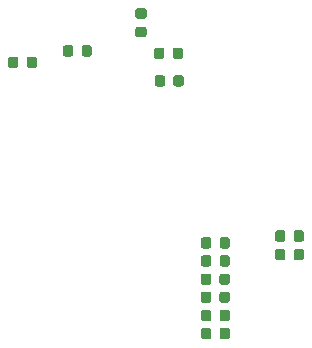
<source format=gbr>
G04 #@! TF.GenerationSoftware,KiCad,Pcbnew,5.0.2-bee76a0~70~ubuntu18.04.1*
G04 #@! TF.CreationDate,2019-03-01T11:09:08-06:00*
G04 #@! TF.ProjectId,MotorDriverXL,4d6f746f-7244-4726-9976-6572584c2e6b,V1.0*
G04 #@! TF.SameCoordinates,Original*
G04 #@! TF.FileFunction,Paste,Bot*
G04 #@! TF.FilePolarity,Positive*
%FSLAX46Y46*%
G04 Gerber Fmt 4.6, Leading zero omitted, Abs format (unit mm)*
G04 Created by KiCad (PCBNEW 5.0.2-bee76a0~70~ubuntu18.04.1) date Fri 01 Mar 2019 11:09:08 AM CST*
%MOMM*%
%LPD*%
G01*
G04 APERTURE LIST*
%ADD10C,0.100000*%
%ADD11C,0.875000*%
G04 APERTURE END LIST*
D10*
G04 #@! TO.C,C38*
G36*
X121398091Y-93683853D02*
X121419326Y-93687003D01*
X121440150Y-93692219D01*
X121460362Y-93699451D01*
X121479768Y-93708630D01*
X121498181Y-93719666D01*
X121515424Y-93732454D01*
X121531330Y-93746870D01*
X121545746Y-93762776D01*
X121558534Y-93780019D01*
X121569570Y-93798432D01*
X121578749Y-93817838D01*
X121585981Y-93838050D01*
X121591197Y-93858874D01*
X121594347Y-93880109D01*
X121595400Y-93901550D01*
X121595400Y-94414050D01*
X121594347Y-94435491D01*
X121591197Y-94456726D01*
X121585981Y-94477550D01*
X121578749Y-94497762D01*
X121569570Y-94517168D01*
X121558534Y-94535581D01*
X121545746Y-94552824D01*
X121531330Y-94568730D01*
X121515424Y-94583146D01*
X121498181Y-94595934D01*
X121479768Y-94606970D01*
X121460362Y-94616149D01*
X121440150Y-94623381D01*
X121419326Y-94628597D01*
X121398091Y-94631747D01*
X121376650Y-94632800D01*
X120939150Y-94632800D01*
X120917709Y-94631747D01*
X120896474Y-94628597D01*
X120875650Y-94623381D01*
X120855438Y-94616149D01*
X120836032Y-94606970D01*
X120817619Y-94595934D01*
X120800376Y-94583146D01*
X120784470Y-94568730D01*
X120770054Y-94552824D01*
X120757266Y-94535581D01*
X120746230Y-94517168D01*
X120737051Y-94497762D01*
X120729819Y-94477550D01*
X120724603Y-94456726D01*
X120721453Y-94435491D01*
X120720400Y-94414050D01*
X120720400Y-93901550D01*
X120721453Y-93880109D01*
X120724603Y-93858874D01*
X120729819Y-93838050D01*
X120737051Y-93817838D01*
X120746230Y-93798432D01*
X120757266Y-93780019D01*
X120770054Y-93762776D01*
X120784470Y-93746870D01*
X120800376Y-93732454D01*
X120817619Y-93719666D01*
X120836032Y-93708630D01*
X120855438Y-93699451D01*
X120875650Y-93692219D01*
X120896474Y-93687003D01*
X120917709Y-93683853D01*
X120939150Y-93682800D01*
X121376650Y-93682800D01*
X121398091Y-93683853D01*
X121398091Y-93683853D01*
G37*
D11*
X121157900Y-94157800D03*
D10*
G36*
X122973091Y-93683853D02*
X122994326Y-93687003D01*
X123015150Y-93692219D01*
X123035362Y-93699451D01*
X123054768Y-93708630D01*
X123073181Y-93719666D01*
X123090424Y-93732454D01*
X123106330Y-93746870D01*
X123120746Y-93762776D01*
X123133534Y-93780019D01*
X123144570Y-93798432D01*
X123153749Y-93817838D01*
X123160981Y-93838050D01*
X123166197Y-93858874D01*
X123169347Y-93880109D01*
X123170400Y-93901550D01*
X123170400Y-94414050D01*
X123169347Y-94435491D01*
X123166197Y-94456726D01*
X123160981Y-94477550D01*
X123153749Y-94497762D01*
X123144570Y-94517168D01*
X123133534Y-94535581D01*
X123120746Y-94552824D01*
X123106330Y-94568730D01*
X123090424Y-94583146D01*
X123073181Y-94595934D01*
X123054768Y-94606970D01*
X123035362Y-94616149D01*
X123015150Y-94623381D01*
X122994326Y-94628597D01*
X122973091Y-94631747D01*
X122951650Y-94632800D01*
X122514150Y-94632800D01*
X122492709Y-94631747D01*
X122471474Y-94628597D01*
X122450650Y-94623381D01*
X122430438Y-94616149D01*
X122411032Y-94606970D01*
X122392619Y-94595934D01*
X122375376Y-94583146D01*
X122359470Y-94568730D01*
X122345054Y-94552824D01*
X122332266Y-94535581D01*
X122321230Y-94517168D01*
X122312051Y-94497762D01*
X122304819Y-94477550D01*
X122299603Y-94456726D01*
X122296453Y-94435491D01*
X122295400Y-94414050D01*
X122295400Y-93901550D01*
X122296453Y-93880109D01*
X122299603Y-93858874D01*
X122304819Y-93838050D01*
X122312051Y-93817838D01*
X122321230Y-93798432D01*
X122332266Y-93780019D01*
X122345054Y-93762776D01*
X122359470Y-93746870D01*
X122375376Y-93732454D01*
X122392619Y-93719666D01*
X122411032Y-93708630D01*
X122430438Y-93699451D01*
X122450650Y-93692219D01*
X122471474Y-93687003D01*
X122492709Y-93683853D01*
X122514150Y-93682800D01*
X122951650Y-93682800D01*
X122973091Y-93683853D01*
X122973091Y-93683853D01*
G37*
D11*
X122732900Y-94157800D03*
G04 #@! TD*
D10*
G04 #@! TO.C,C36*
G36*
X118324991Y-94649053D02*
X118346226Y-94652203D01*
X118367050Y-94657419D01*
X118387262Y-94664651D01*
X118406668Y-94673830D01*
X118425081Y-94684866D01*
X118442324Y-94697654D01*
X118458230Y-94712070D01*
X118472646Y-94727976D01*
X118485434Y-94745219D01*
X118496470Y-94763632D01*
X118505649Y-94783038D01*
X118512881Y-94803250D01*
X118518097Y-94824074D01*
X118521247Y-94845309D01*
X118522300Y-94866750D01*
X118522300Y-95379250D01*
X118521247Y-95400691D01*
X118518097Y-95421926D01*
X118512881Y-95442750D01*
X118505649Y-95462962D01*
X118496470Y-95482368D01*
X118485434Y-95500781D01*
X118472646Y-95518024D01*
X118458230Y-95533930D01*
X118442324Y-95548346D01*
X118425081Y-95561134D01*
X118406668Y-95572170D01*
X118387262Y-95581349D01*
X118367050Y-95588581D01*
X118346226Y-95593797D01*
X118324991Y-95596947D01*
X118303550Y-95598000D01*
X117866050Y-95598000D01*
X117844609Y-95596947D01*
X117823374Y-95593797D01*
X117802550Y-95588581D01*
X117782338Y-95581349D01*
X117762932Y-95572170D01*
X117744519Y-95561134D01*
X117727276Y-95548346D01*
X117711370Y-95533930D01*
X117696954Y-95518024D01*
X117684166Y-95500781D01*
X117673130Y-95482368D01*
X117663951Y-95462962D01*
X117656719Y-95442750D01*
X117651503Y-95421926D01*
X117648353Y-95400691D01*
X117647300Y-95379250D01*
X117647300Y-94866750D01*
X117648353Y-94845309D01*
X117651503Y-94824074D01*
X117656719Y-94803250D01*
X117663951Y-94783038D01*
X117673130Y-94763632D01*
X117684166Y-94745219D01*
X117696954Y-94727976D01*
X117711370Y-94712070D01*
X117727276Y-94697654D01*
X117744519Y-94684866D01*
X117762932Y-94673830D01*
X117782338Y-94664651D01*
X117802550Y-94657419D01*
X117823374Y-94652203D01*
X117844609Y-94649053D01*
X117866050Y-94648000D01*
X118303550Y-94648000D01*
X118324991Y-94649053D01*
X118324991Y-94649053D01*
G37*
D11*
X118084800Y-95123000D03*
D10*
G36*
X116749991Y-94649053D02*
X116771226Y-94652203D01*
X116792050Y-94657419D01*
X116812262Y-94664651D01*
X116831668Y-94673830D01*
X116850081Y-94684866D01*
X116867324Y-94697654D01*
X116883230Y-94712070D01*
X116897646Y-94727976D01*
X116910434Y-94745219D01*
X116921470Y-94763632D01*
X116930649Y-94783038D01*
X116937881Y-94803250D01*
X116943097Y-94824074D01*
X116946247Y-94845309D01*
X116947300Y-94866750D01*
X116947300Y-95379250D01*
X116946247Y-95400691D01*
X116943097Y-95421926D01*
X116937881Y-95442750D01*
X116930649Y-95462962D01*
X116921470Y-95482368D01*
X116910434Y-95500781D01*
X116897646Y-95518024D01*
X116883230Y-95533930D01*
X116867324Y-95548346D01*
X116850081Y-95561134D01*
X116831668Y-95572170D01*
X116812262Y-95581349D01*
X116792050Y-95588581D01*
X116771226Y-95593797D01*
X116749991Y-95596947D01*
X116728550Y-95598000D01*
X116291050Y-95598000D01*
X116269609Y-95596947D01*
X116248374Y-95593797D01*
X116227550Y-95588581D01*
X116207338Y-95581349D01*
X116187932Y-95572170D01*
X116169519Y-95561134D01*
X116152276Y-95548346D01*
X116136370Y-95533930D01*
X116121954Y-95518024D01*
X116109166Y-95500781D01*
X116098130Y-95482368D01*
X116088951Y-95462962D01*
X116081719Y-95442750D01*
X116076503Y-95421926D01*
X116073353Y-95400691D01*
X116072300Y-95379250D01*
X116072300Y-94866750D01*
X116073353Y-94845309D01*
X116076503Y-94824074D01*
X116081719Y-94803250D01*
X116088951Y-94783038D01*
X116098130Y-94763632D01*
X116109166Y-94745219D01*
X116121954Y-94727976D01*
X116136370Y-94712070D01*
X116152276Y-94697654D01*
X116169519Y-94684866D01*
X116187932Y-94673830D01*
X116207338Y-94664651D01*
X116227550Y-94657419D01*
X116248374Y-94652203D01*
X116269609Y-94649053D01*
X116291050Y-94648000D01*
X116728550Y-94648000D01*
X116749991Y-94649053D01*
X116749991Y-94649053D01*
G37*
D11*
X116509800Y-95123000D03*
G04 #@! TD*
D10*
G04 #@! TO.C,R26*
G36*
X133082091Y-117610653D02*
X133103326Y-117613803D01*
X133124150Y-117619019D01*
X133144362Y-117626251D01*
X133163768Y-117635430D01*
X133182181Y-117646466D01*
X133199424Y-117659254D01*
X133215330Y-117673670D01*
X133229746Y-117689576D01*
X133242534Y-117706819D01*
X133253570Y-117725232D01*
X133262749Y-117744638D01*
X133269981Y-117764850D01*
X133275197Y-117785674D01*
X133278347Y-117806909D01*
X133279400Y-117828350D01*
X133279400Y-118340850D01*
X133278347Y-118362291D01*
X133275197Y-118383526D01*
X133269981Y-118404350D01*
X133262749Y-118424562D01*
X133253570Y-118443968D01*
X133242534Y-118462381D01*
X133229746Y-118479624D01*
X133215330Y-118495530D01*
X133199424Y-118509946D01*
X133182181Y-118522734D01*
X133163768Y-118533770D01*
X133144362Y-118542949D01*
X133124150Y-118550181D01*
X133103326Y-118555397D01*
X133082091Y-118558547D01*
X133060650Y-118559600D01*
X132623150Y-118559600D01*
X132601709Y-118558547D01*
X132580474Y-118555397D01*
X132559650Y-118550181D01*
X132539438Y-118542949D01*
X132520032Y-118533770D01*
X132501619Y-118522734D01*
X132484376Y-118509946D01*
X132468470Y-118495530D01*
X132454054Y-118479624D01*
X132441266Y-118462381D01*
X132430230Y-118443968D01*
X132421051Y-118424562D01*
X132413819Y-118404350D01*
X132408603Y-118383526D01*
X132405453Y-118362291D01*
X132404400Y-118340850D01*
X132404400Y-117828350D01*
X132405453Y-117806909D01*
X132408603Y-117785674D01*
X132413819Y-117764850D01*
X132421051Y-117744638D01*
X132430230Y-117725232D01*
X132441266Y-117706819D01*
X132454054Y-117689576D01*
X132468470Y-117673670D01*
X132484376Y-117659254D01*
X132501619Y-117646466D01*
X132520032Y-117635430D01*
X132539438Y-117626251D01*
X132559650Y-117619019D01*
X132580474Y-117613803D01*
X132601709Y-117610653D01*
X132623150Y-117609600D01*
X133060650Y-117609600D01*
X133082091Y-117610653D01*
X133082091Y-117610653D01*
G37*
D11*
X132841900Y-118084600D03*
D10*
G36*
X134657091Y-117610653D02*
X134678326Y-117613803D01*
X134699150Y-117619019D01*
X134719362Y-117626251D01*
X134738768Y-117635430D01*
X134757181Y-117646466D01*
X134774424Y-117659254D01*
X134790330Y-117673670D01*
X134804746Y-117689576D01*
X134817534Y-117706819D01*
X134828570Y-117725232D01*
X134837749Y-117744638D01*
X134844981Y-117764850D01*
X134850197Y-117785674D01*
X134853347Y-117806909D01*
X134854400Y-117828350D01*
X134854400Y-118340850D01*
X134853347Y-118362291D01*
X134850197Y-118383526D01*
X134844981Y-118404350D01*
X134837749Y-118424562D01*
X134828570Y-118443968D01*
X134817534Y-118462381D01*
X134804746Y-118479624D01*
X134790330Y-118495530D01*
X134774424Y-118509946D01*
X134757181Y-118522734D01*
X134738768Y-118533770D01*
X134719362Y-118542949D01*
X134699150Y-118550181D01*
X134678326Y-118555397D01*
X134657091Y-118558547D01*
X134635650Y-118559600D01*
X134198150Y-118559600D01*
X134176709Y-118558547D01*
X134155474Y-118555397D01*
X134134650Y-118550181D01*
X134114438Y-118542949D01*
X134095032Y-118533770D01*
X134076619Y-118522734D01*
X134059376Y-118509946D01*
X134043470Y-118495530D01*
X134029054Y-118479624D01*
X134016266Y-118462381D01*
X134005230Y-118443968D01*
X133996051Y-118424562D01*
X133988819Y-118404350D01*
X133983603Y-118383526D01*
X133980453Y-118362291D01*
X133979400Y-118340850D01*
X133979400Y-117828350D01*
X133980453Y-117806909D01*
X133983603Y-117785674D01*
X133988819Y-117764850D01*
X133996051Y-117744638D01*
X134005230Y-117725232D01*
X134016266Y-117706819D01*
X134029054Y-117689576D01*
X134043470Y-117673670D01*
X134059376Y-117659254D01*
X134076619Y-117646466D01*
X134095032Y-117635430D01*
X134114438Y-117626251D01*
X134134650Y-117619019D01*
X134155474Y-117613803D01*
X134176709Y-117610653D01*
X134198150Y-117609600D01*
X134635650Y-117609600D01*
X134657091Y-117610653D01*
X134657091Y-117610653D01*
G37*
D11*
X134416900Y-118084600D03*
G04 #@! TD*
D10*
G04 #@! TO.C,R25*
G36*
X133082091Y-116086653D02*
X133103326Y-116089803D01*
X133124150Y-116095019D01*
X133144362Y-116102251D01*
X133163768Y-116111430D01*
X133182181Y-116122466D01*
X133199424Y-116135254D01*
X133215330Y-116149670D01*
X133229746Y-116165576D01*
X133242534Y-116182819D01*
X133253570Y-116201232D01*
X133262749Y-116220638D01*
X133269981Y-116240850D01*
X133275197Y-116261674D01*
X133278347Y-116282909D01*
X133279400Y-116304350D01*
X133279400Y-116816850D01*
X133278347Y-116838291D01*
X133275197Y-116859526D01*
X133269981Y-116880350D01*
X133262749Y-116900562D01*
X133253570Y-116919968D01*
X133242534Y-116938381D01*
X133229746Y-116955624D01*
X133215330Y-116971530D01*
X133199424Y-116985946D01*
X133182181Y-116998734D01*
X133163768Y-117009770D01*
X133144362Y-117018949D01*
X133124150Y-117026181D01*
X133103326Y-117031397D01*
X133082091Y-117034547D01*
X133060650Y-117035600D01*
X132623150Y-117035600D01*
X132601709Y-117034547D01*
X132580474Y-117031397D01*
X132559650Y-117026181D01*
X132539438Y-117018949D01*
X132520032Y-117009770D01*
X132501619Y-116998734D01*
X132484376Y-116985946D01*
X132468470Y-116971530D01*
X132454054Y-116955624D01*
X132441266Y-116938381D01*
X132430230Y-116919968D01*
X132421051Y-116900562D01*
X132413819Y-116880350D01*
X132408603Y-116859526D01*
X132405453Y-116838291D01*
X132404400Y-116816850D01*
X132404400Y-116304350D01*
X132405453Y-116282909D01*
X132408603Y-116261674D01*
X132413819Y-116240850D01*
X132421051Y-116220638D01*
X132430230Y-116201232D01*
X132441266Y-116182819D01*
X132454054Y-116165576D01*
X132468470Y-116149670D01*
X132484376Y-116135254D01*
X132501619Y-116122466D01*
X132520032Y-116111430D01*
X132539438Y-116102251D01*
X132559650Y-116095019D01*
X132580474Y-116089803D01*
X132601709Y-116086653D01*
X132623150Y-116085600D01*
X133060650Y-116085600D01*
X133082091Y-116086653D01*
X133082091Y-116086653D01*
G37*
D11*
X132841900Y-116560600D03*
D10*
G36*
X134657091Y-116086653D02*
X134678326Y-116089803D01*
X134699150Y-116095019D01*
X134719362Y-116102251D01*
X134738768Y-116111430D01*
X134757181Y-116122466D01*
X134774424Y-116135254D01*
X134790330Y-116149670D01*
X134804746Y-116165576D01*
X134817534Y-116182819D01*
X134828570Y-116201232D01*
X134837749Y-116220638D01*
X134844981Y-116240850D01*
X134850197Y-116261674D01*
X134853347Y-116282909D01*
X134854400Y-116304350D01*
X134854400Y-116816850D01*
X134853347Y-116838291D01*
X134850197Y-116859526D01*
X134844981Y-116880350D01*
X134837749Y-116900562D01*
X134828570Y-116919968D01*
X134817534Y-116938381D01*
X134804746Y-116955624D01*
X134790330Y-116971530D01*
X134774424Y-116985946D01*
X134757181Y-116998734D01*
X134738768Y-117009770D01*
X134719362Y-117018949D01*
X134699150Y-117026181D01*
X134678326Y-117031397D01*
X134657091Y-117034547D01*
X134635650Y-117035600D01*
X134198150Y-117035600D01*
X134176709Y-117034547D01*
X134155474Y-117031397D01*
X134134650Y-117026181D01*
X134114438Y-117018949D01*
X134095032Y-117009770D01*
X134076619Y-116998734D01*
X134059376Y-116985946D01*
X134043470Y-116971530D01*
X134029054Y-116955624D01*
X134016266Y-116938381D01*
X134005230Y-116919968D01*
X133996051Y-116900562D01*
X133988819Y-116880350D01*
X133983603Y-116859526D01*
X133980453Y-116838291D01*
X133979400Y-116816850D01*
X133979400Y-116304350D01*
X133980453Y-116282909D01*
X133983603Y-116261674D01*
X133988819Y-116240850D01*
X133996051Y-116220638D01*
X134005230Y-116201232D01*
X134016266Y-116182819D01*
X134029054Y-116165576D01*
X134043470Y-116149670D01*
X134059376Y-116135254D01*
X134076619Y-116122466D01*
X134095032Y-116111430D01*
X134114438Y-116102251D01*
X134134650Y-116095019D01*
X134155474Y-116089803D01*
X134176709Y-116086653D01*
X134198150Y-116085600D01*
X134635650Y-116085600D01*
X134657091Y-116086653D01*
X134657091Y-116086653D01*
G37*
D11*
X134416900Y-116560600D03*
G04 #@! TD*
D10*
G04 #@! TO.C,R19*
G36*
X139355891Y-109355653D02*
X139377126Y-109358803D01*
X139397950Y-109364019D01*
X139418162Y-109371251D01*
X139437568Y-109380430D01*
X139455981Y-109391466D01*
X139473224Y-109404254D01*
X139489130Y-109418670D01*
X139503546Y-109434576D01*
X139516334Y-109451819D01*
X139527370Y-109470232D01*
X139536549Y-109489638D01*
X139543781Y-109509850D01*
X139548997Y-109530674D01*
X139552147Y-109551909D01*
X139553200Y-109573350D01*
X139553200Y-110085850D01*
X139552147Y-110107291D01*
X139548997Y-110128526D01*
X139543781Y-110149350D01*
X139536549Y-110169562D01*
X139527370Y-110188968D01*
X139516334Y-110207381D01*
X139503546Y-110224624D01*
X139489130Y-110240530D01*
X139473224Y-110254946D01*
X139455981Y-110267734D01*
X139437568Y-110278770D01*
X139418162Y-110287949D01*
X139397950Y-110295181D01*
X139377126Y-110300397D01*
X139355891Y-110303547D01*
X139334450Y-110304600D01*
X138896950Y-110304600D01*
X138875509Y-110303547D01*
X138854274Y-110300397D01*
X138833450Y-110295181D01*
X138813238Y-110287949D01*
X138793832Y-110278770D01*
X138775419Y-110267734D01*
X138758176Y-110254946D01*
X138742270Y-110240530D01*
X138727854Y-110224624D01*
X138715066Y-110207381D01*
X138704030Y-110188968D01*
X138694851Y-110169562D01*
X138687619Y-110149350D01*
X138682403Y-110128526D01*
X138679253Y-110107291D01*
X138678200Y-110085850D01*
X138678200Y-109573350D01*
X138679253Y-109551909D01*
X138682403Y-109530674D01*
X138687619Y-109509850D01*
X138694851Y-109489638D01*
X138704030Y-109470232D01*
X138715066Y-109451819D01*
X138727854Y-109434576D01*
X138742270Y-109418670D01*
X138758176Y-109404254D01*
X138775419Y-109391466D01*
X138793832Y-109380430D01*
X138813238Y-109371251D01*
X138833450Y-109364019D01*
X138854274Y-109358803D01*
X138875509Y-109355653D01*
X138896950Y-109354600D01*
X139334450Y-109354600D01*
X139355891Y-109355653D01*
X139355891Y-109355653D01*
G37*
D11*
X139115700Y-109829600D03*
D10*
G36*
X140930891Y-109355653D02*
X140952126Y-109358803D01*
X140972950Y-109364019D01*
X140993162Y-109371251D01*
X141012568Y-109380430D01*
X141030981Y-109391466D01*
X141048224Y-109404254D01*
X141064130Y-109418670D01*
X141078546Y-109434576D01*
X141091334Y-109451819D01*
X141102370Y-109470232D01*
X141111549Y-109489638D01*
X141118781Y-109509850D01*
X141123997Y-109530674D01*
X141127147Y-109551909D01*
X141128200Y-109573350D01*
X141128200Y-110085850D01*
X141127147Y-110107291D01*
X141123997Y-110128526D01*
X141118781Y-110149350D01*
X141111549Y-110169562D01*
X141102370Y-110188968D01*
X141091334Y-110207381D01*
X141078546Y-110224624D01*
X141064130Y-110240530D01*
X141048224Y-110254946D01*
X141030981Y-110267734D01*
X141012568Y-110278770D01*
X140993162Y-110287949D01*
X140972950Y-110295181D01*
X140952126Y-110300397D01*
X140930891Y-110303547D01*
X140909450Y-110304600D01*
X140471950Y-110304600D01*
X140450509Y-110303547D01*
X140429274Y-110300397D01*
X140408450Y-110295181D01*
X140388238Y-110287949D01*
X140368832Y-110278770D01*
X140350419Y-110267734D01*
X140333176Y-110254946D01*
X140317270Y-110240530D01*
X140302854Y-110224624D01*
X140290066Y-110207381D01*
X140279030Y-110188968D01*
X140269851Y-110169562D01*
X140262619Y-110149350D01*
X140257403Y-110128526D01*
X140254253Y-110107291D01*
X140253200Y-110085850D01*
X140253200Y-109573350D01*
X140254253Y-109551909D01*
X140257403Y-109530674D01*
X140262619Y-109509850D01*
X140269851Y-109489638D01*
X140279030Y-109470232D01*
X140290066Y-109451819D01*
X140302854Y-109434576D01*
X140317270Y-109418670D01*
X140333176Y-109404254D01*
X140350419Y-109391466D01*
X140368832Y-109380430D01*
X140388238Y-109371251D01*
X140408450Y-109364019D01*
X140429274Y-109358803D01*
X140450509Y-109355653D01*
X140471950Y-109354600D01*
X140909450Y-109354600D01*
X140930891Y-109355653D01*
X140930891Y-109355653D01*
G37*
D11*
X140690700Y-109829600D03*
G04 #@! TD*
D10*
G04 #@! TO.C,R20*
G36*
X139355891Y-110930453D02*
X139377126Y-110933603D01*
X139397950Y-110938819D01*
X139418162Y-110946051D01*
X139437568Y-110955230D01*
X139455981Y-110966266D01*
X139473224Y-110979054D01*
X139489130Y-110993470D01*
X139503546Y-111009376D01*
X139516334Y-111026619D01*
X139527370Y-111045032D01*
X139536549Y-111064438D01*
X139543781Y-111084650D01*
X139548997Y-111105474D01*
X139552147Y-111126709D01*
X139553200Y-111148150D01*
X139553200Y-111660650D01*
X139552147Y-111682091D01*
X139548997Y-111703326D01*
X139543781Y-111724150D01*
X139536549Y-111744362D01*
X139527370Y-111763768D01*
X139516334Y-111782181D01*
X139503546Y-111799424D01*
X139489130Y-111815330D01*
X139473224Y-111829746D01*
X139455981Y-111842534D01*
X139437568Y-111853570D01*
X139418162Y-111862749D01*
X139397950Y-111869981D01*
X139377126Y-111875197D01*
X139355891Y-111878347D01*
X139334450Y-111879400D01*
X138896950Y-111879400D01*
X138875509Y-111878347D01*
X138854274Y-111875197D01*
X138833450Y-111869981D01*
X138813238Y-111862749D01*
X138793832Y-111853570D01*
X138775419Y-111842534D01*
X138758176Y-111829746D01*
X138742270Y-111815330D01*
X138727854Y-111799424D01*
X138715066Y-111782181D01*
X138704030Y-111763768D01*
X138694851Y-111744362D01*
X138687619Y-111724150D01*
X138682403Y-111703326D01*
X138679253Y-111682091D01*
X138678200Y-111660650D01*
X138678200Y-111148150D01*
X138679253Y-111126709D01*
X138682403Y-111105474D01*
X138687619Y-111084650D01*
X138694851Y-111064438D01*
X138704030Y-111045032D01*
X138715066Y-111026619D01*
X138727854Y-111009376D01*
X138742270Y-110993470D01*
X138758176Y-110979054D01*
X138775419Y-110966266D01*
X138793832Y-110955230D01*
X138813238Y-110946051D01*
X138833450Y-110938819D01*
X138854274Y-110933603D01*
X138875509Y-110930453D01*
X138896950Y-110929400D01*
X139334450Y-110929400D01*
X139355891Y-110930453D01*
X139355891Y-110930453D01*
G37*
D11*
X139115700Y-111404400D03*
D10*
G36*
X140930891Y-110930453D02*
X140952126Y-110933603D01*
X140972950Y-110938819D01*
X140993162Y-110946051D01*
X141012568Y-110955230D01*
X141030981Y-110966266D01*
X141048224Y-110979054D01*
X141064130Y-110993470D01*
X141078546Y-111009376D01*
X141091334Y-111026619D01*
X141102370Y-111045032D01*
X141111549Y-111064438D01*
X141118781Y-111084650D01*
X141123997Y-111105474D01*
X141127147Y-111126709D01*
X141128200Y-111148150D01*
X141128200Y-111660650D01*
X141127147Y-111682091D01*
X141123997Y-111703326D01*
X141118781Y-111724150D01*
X141111549Y-111744362D01*
X141102370Y-111763768D01*
X141091334Y-111782181D01*
X141078546Y-111799424D01*
X141064130Y-111815330D01*
X141048224Y-111829746D01*
X141030981Y-111842534D01*
X141012568Y-111853570D01*
X140993162Y-111862749D01*
X140972950Y-111869981D01*
X140952126Y-111875197D01*
X140930891Y-111878347D01*
X140909450Y-111879400D01*
X140471950Y-111879400D01*
X140450509Y-111878347D01*
X140429274Y-111875197D01*
X140408450Y-111869981D01*
X140388238Y-111862749D01*
X140368832Y-111853570D01*
X140350419Y-111842534D01*
X140333176Y-111829746D01*
X140317270Y-111815330D01*
X140302854Y-111799424D01*
X140290066Y-111782181D01*
X140279030Y-111763768D01*
X140269851Y-111744362D01*
X140262619Y-111724150D01*
X140257403Y-111703326D01*
X140254253Y-111682091D01*
X140253200Y-111660650D01*
X140253200Y-111148150D01*
X140254253Y-111126709D01*
X140257403Y-111105474D01*
X140262619Y-111084650D01*
X140269851Y-111064438D01*
X140279030Y-111045032D01*
X140290066Y-111026619D01*
X140302854Y-111009376D01*
X140317270Y-110993470D01*
X140333176Y-110979054D01*
X140350419Y-110966266D01*
X140368832Y-110955230D01*
X140388238Y-110946051D01*
X140408450Y-110938819D01*
X140429274Y-110933603D01*
X140450509Y-110930453D01*
X140471950Y-110929400D01*
X140909450Y-110929400D01*
X140930891Y-110930453D01*
X140930891Y-110930453D01*
G37*
D11*
X140690700Y-111404400D03*
G04 #@! TD*
D10*
G04 #@! TO.C,R21*
G36*
X133082091Y-111463853D02*
X133103326Y-111467003D01*
X133124150Y-111472219D01*
X133144362Y-111479451D01*
X133163768Y-111488630D01*
X133182181Y-111499666D01*
X133199424Y-111512454D01*
X133215330Y-111526870D01*
X133229746Y-111542776D01*
X133242534Y-111560019D01*
X133253570Y-111578432D01*
X133262749Y-111597838D01*
X133269981Y-111618050D01*
X133275197Y-111638874D01*
X133278347Y-111660109D01*
X133279400Y-111681550D01*
X133279400Y-112194050D01*
X133278347Y-112215491D01*
X133275197Y-112236726D01*
X133269981Y-112257550D01*
X133262749Y-112277762D01*
X133253570Y-112297168D01*
X133242534Y-112315581D01*
X133229746Y-112332824D01*
X133215330Y-112348730D01*
X133199424Y-112363146D01*
X133182181Y-112375934D01*
X133163768Y-112386970D01*
X133144362Y-112396149D01*
X133124150Y-112403381D01*
X133103326Y-112408597D01*
X133082091Y-112411747D01*
X133060650Y-112412800D01*
X132623150Y-112412800D01*
X132601709Y-112411747D01*
X132580474Y-112408597D01*
X132559650Y-112403381D01*
X132539438Y-112396149D01*
X132520032Y-112386970D01*
X132501619Y-112375934D01*
X132484376Y-112363146D01*
X132468470Y-112348730D01*
X132454054Y-112332824D01*
X132441266Y-112315581D01*
X132430230Y-112297168D01*
X132421051Y-112277762D01*
X132413819Y-112257550D01*
X132408603Y-112236726D01*
X132405453Y-112215491D01*
X132404400Y-112194050D01*
X132404400Y-111681550D01*
X132405453Y-111660109D01*
X132408603Y-111638874D01*
X132413819Y-111618050D01*
X132421051Y-111597838D01*
X132430230Y-111578432D01*
X132441266Y-111560019D01*
X132454054Y-111542776D01*
X132468470Y-111526870D01*
X132484376Y-111512454D01*
X132501619Y-111499666D01*
X132520032Y-111488630D01*
X132539438Y-111479451D01*
X132559650Y-111472219D01*
X132580474Y-111467003D01*
X132601709Y-111463853D01*
X132623150Y-111462800D01*
X133060650Y-111462800D01*
X133082091Y-111463853D01*
X133082091Y-111463853D01*
G37*
D11*
X132841900Y-111937800D03*
D10*
G36*
X134657091Y-111463853D02*
X134678326Y-111467003D01*
X134699150Y-111472219D01*
X134719362Y-111479451D01*
X134738768Y-111488630D01*
X134757181Y-111499666D01*
X134774424Y-111512454D01*
X134790330Y-111526870D01*
X134804746Y-111542776D01*
X134817534Y-111560019D01*
X134828570Y-111578432D01*
X134837749Y-111597838D01*
X134844981Y-111618050D01*
X134850197Y-111638874D01*
X134853347Y-111660109D01*
X134854400Y-111681550D01*
X134854400Y-112194050D01*
X134853347Y-112215491D01*
X134850197Y-112236726D01*
X134844981Y-112257550D01*
X134837749Y-112277762D01*
X134828570Y-112297168D01*
X134817534Y-112315581D01*
X134804746Y-112332824D01*
X134790330Y-112348730D01*
X134774424Y-112363146D01*
X134757181Y-112375934D01*
X134738768Y-112386970D01*
X134719362Y-112396149D01*
X134699150Y-112403381D01*
X134678326Y-112408597D01*
X134657091Y-112411747D01*
X134635650Y-112412800D01*
X134198150Y-112412800D01*
X134176709Y-112411747D01*
X134155474Y-112408597D01*
X134134650Y-112403381D01*
X134114438Y-112396149D01*
X134095032Y-112386970D01*
X134076619Y-112375934D01*
X134059376Y-112363146D01*
X134043470Y-112348730D01*
X134029054Y-112332824D01*
X134016266Y-112315581D01*
X134005230Y-112297168D01*
X133996051Y-112277762D01*
X133988819Y-112257550D01*
X133983603Y-112236726D01*
X133980453Y-112215491D01*
X133979400Y-112194050D01*
X133979400Y-111681550D01*
X133980453Y-111660109D01*
X133983603Y-111638874D01*
X133988819Y-111618050D01*
X133996051Y-111597838D01*
X134005230Y-111578432D01*
X134016266Y-111560019D01*
X134029054Y-111542776D01*
X134043470Y-111526870D01*
X134059376Y-111512454D01*
X134076619Y-111499666D01*
X134095032Y-111488630D01*
X134114438Y-111479451D01*
X134134650Y-111472219D01*
X134155474Y-111467003D01*
X134176709Y-111463853D01*
X134198150Y-111462800D01*
X134635650Y-111462800D01*
X134657091Y-111463853D01*
X134657091Y-111463853D01*
G37*
D11*
X134416900Y-111937800D03*
G04 #@! TD*
D10*
G04 #@! TO.C,R22*
G36*
X133082091Y-109939853D02*
X133103326Y-109943003D01*
X133124150Y-109948219D01*
X133144362Y-109955451D01*
X133163768Y-109964630D01*
X133182181Y-109975666D01*
X133199424Y-109988454D01*
X133215330Y-110002870D01*
X133229746Y-110018776D01*
X133242534Y-110036019D01*
X133253570Y-110054432D01*
X133262749Y-110073838D01*
X133269981Y-110094050D01*
X133275197Y-110114874D01*
X133278347Y-110136109D01*
X133279400Y-110157550D01*
X133279400Y-110670050D01*
X133278347Y-110691491D01*
X133275197Y-110712726D01*
X133269981Y-110733550D01*
X133262749Y-110753762D01*
X133253570Y-110773168D01*
X133242534Y-110791581D01*
X133229746Y-110808824D01*
X133215330Y-110824730D01*
X133199424Y-110839146D01*
X133182181Y-110851934D01*
X133163768Y-110862970D01*
X133144362Y-110872149D01*
X133124150Y-110879381D01*
X133103326Y-110884597D01*
X133082091Y-110887747D01*
X133060650Y-110888800D01*
X132623150Y-110888800D01*
X132601709Y-110887747D01*
X132580474Y-110884597D01*
X132559650Y-110879381D01*
X132539438Y-110872149D01*
X132520032Y-110862970D01*
X132501619Y-110851934D01*
X132484376Y-110839146D01*
X132468470Y-110824730D01*
X132454054Y-110808824D01*
X132441266Y-110791581D01*
X132430230Y-110773168D01*
X132421051Y-110753762D01*
X132413819Y-110733550D01*
X132408603Y-110712726D01*
X132405453Y-110691491D01*
X132404400Y-110670050D01*
X132404400Y-110157550D01*
X132405453Y-110136109D01*
X132408603Y-110114874D01*
X132413819Y-110094050D01*
X132421051Y-110073838D01*
X132430230Y-110054432D01*
X132441266Y-110036019D01*
X132454054Y-110018776D01*
X132468470Y-110002870D01*
X132484376Y-109988454D01*
X132501619Y-109975666D01*
X132520032Y-109964630D01*
X132539438Y-109955451D01*
X132559650Y-109948219D01*
X132580474Y-109943003D01*
X132601709Y-109939853D01*
X132623150Y-109938800D01*
X133060650Y-109938800D01*
X133082091Y-109939853D01*
X133082091Y-109939853D01*
G37*
D11*
X132841900Y-110413800D03*
D10*
G36*
X134657091Y-109939853D02*
X134678326Y-109943003D01*
X134699150Y-109948219D01*
X134719362Y-109955451D01*
X134738768Y-109964630D01*
X134757181Y-109975666D01*
X134774424Y-109988454D01*
X134790330Y-110002870D01*
X134804746Y-110018776D01*
X134817534Y-110036019D01*
X134828570Y-110054432D01*
X134837749Y-110073838D01*
X134844981Y-110094050D01*
X134850197Y-110114874D01*
X134853347Y-110136109D01*
X134854400Y-110157550D01*
X134854400Y-110670050D01*
X134853347Y-110691491D01*
X134850197Y-110712726D01*
X134844981Y-110733550D01*
X134837749Y-110753762D01*
X134828570Y-110773168D01*
X134817534Y-110791581D01*
X134804746Y-110808824D01*
X134790330Y-110824730D01*
X134774424Y-110839146D01*
X134757181Y-110851934D01*
X134738768Y-110862970D01*
X134719362Y-110872149D01*
X134699150Y-110879381D01*
X134678326Y-110884597D01*
X134657091Y-110887747D01*
X134635650Y-110888800D01*
X134198150Y-110888800D01*
X134176709Y-110887747D01*
X134155474Y-110884597D01*
X134134650Y-110879381D01*
X134114438Y-110872149D01*
X134095032Y-110862970D01*
X134076619Y-110851934D01*
X134059376Y-110839146D01*
X134043470Y-110824730D01*
X134029054Y-110808824D01*
X134016266Y-110791581D01*
X134005230Y-110773168D01*
X133996051Y-110753762D01*
X133988819Y-110733550D01*
X133983603Y-110712726D01*
X133980453Y-110691491D01*
X133979400Y-110670050D01*
X133979400Y-110157550D01*
X133980453Y-110136109D01*
X133983603Y-110114874D01*
X133988819Y-110094050D01*
X133996051Y-110073838D01*
X134005230Y-110054432D01*
X134016266Y-110036019D01*
X134029054Y-110018776D01*
X134043470Y-110002870D01*
X134059376Y-109988454D01*
X134076619Y-109975666D01*
X134095032Y-109964630D01*
X134114438Y-109955451D01*
X134134650Y-109948219D01*
X134155474Y-109943003D01*
X134176709Y-109939853D01*
X134198150Y-109938800D01*
X134635650Y-109938800D01*
X134657091Y-109939853D01*
X134657091Y-109939853D01*
G37*
D11*
X134416900Y-110413800D03*
G04 #@! TD*
D10*
G04 #@! TO.C,R23*
G36*
X133072010Y-114534775D02*
X133093245Y-114537925D01*
X133114069Y-114543141D01*
X133134281Y-114550373D01*
X133153687Y-114559552D01*
X133172100Y-114570588D01*
X133189343Y-114583376D01*
X133205249Y-114597792D01*
X133219665Y-114613698D01*
X133232453Y-114630941D01*
X133243489Y-114649354D01*
X133252668Y-114668760D01*
X133259900Y-114688972D01*
X133265116Y-114709796D01*
X133268266Y-114731031D01*
X133269319Y-114752472D01*
X133269319Y-115264972D01*
X133268266Y-115286413D01*
X133265116Y-115307648D01*
X133259900Y-115328472D01*
X133252668Y-115348684D01*
X133243489Y-115368090D01*
X133232453Y-115386503D01*
X133219665Y-115403746D01*
X133205249Y-115419652D01*
X133189343Y-115434068D01*
X133172100Y-115446856D01*
X133153687Y-115457892D01*
X133134281Y-115467071D01*
X133114069Y-115474303D01*
X133093245Y-115479519D01*
X133072010Y-115482669D01*
X133050569Y-115483722D01*
X132613069Y-115483722D01*
X132591628Y-115482669D01*
X132570393Y-115479519D01*
X132549569Y-115474303D01*
X132529357Y-115467071D01*
X132509951Y-115457892D01*
X132491538Y-115446856D01*
X132474295Y-115434068D01*
X132458389Y-115419652D01*
X132443973Y-115403746D01*
X132431185Y-115386503D01*
X132420149Y-115368090D01*
X132410970Y-115348684D01*
X132403738Y-115328472D01*
X132398522Y-115307648D01*
X132395372Y-115286413D01*
X132394319Y-115264972D01*
X132394319Y-114752472D01*
X132395372Y-114731031D01*
X132398522Y-114709796D01*
X132403738Y-114688972D01*
X132410970Y-114668760D01*
X132420149Y-114649354D01*
X132431185Y-114630941D01*
X132443973Y-114613698D01*
X132458389Y-114597792D01*
X132474295Y-114583376D01*
X132491538Y-114570588D01*
X132509951Y-114559552D01*
X132529357Y-114550373D01*
X132549569Y-114543141D01*
X132570393Y-114537925D01*
X132591628Y-114534775D01*
X132613069Y-114533722D01*
X133050569Y-114533722D01*
X133072010Y-114534775D01*
X133072010Y-114534775D01*
G37*
D11*
X132831819Y-115008722D03*
D10*
G36*
X134647010Y-114534775D02*
X134668245Y-114537925D01*
X134689069Y-114543141D01*
X134709281Y-114550373D01*
X134728687Y-114559552D01*
X134747100Y-114570588D01*
X134764343Y-114583376D01*
X134780249Y-114597792D01*
X134794665Y-114613698D01*
X134807453Y-114630941D01*
X134818489Y-114649354D01*
X134827668Y-114668760D01*
X134834900Y-114688972D01*
X134840116Y-114709796D01*
X134843266Y-114731031D01*
X134844319Y-114752472D01*
X134844319Y-115264972D01*
X134843266Y-115286413D01*
X134840116Y-115307648D01*
X134834900Y-115328472D01*
X134827668Y-115348684D01*
X134818489Y-115368090D01*
X134807453Y-115386503D01*
X134794665Y-115403746D01*
X134780249Y-115419652D01*
X134764343Y-115434068D01*
X134747100Y-115446856D01*
X134728687Y-115457892D01*
X134709281Y-115467071D01*
X134689069Y-115474303D01*
X134668245Y-115479519D01*
X134647010Y-115482669D01*
X134625569Y-115483722D01*
X134188069Y-115483722D01*
X134166628Y-115482669D01*
X134145393Y-115479519D01*
X134124569Y-115474303D01*
X134104357Y-115467071D01*
X134084951Y-115457892D01*
X134066538Y-115446856D01*
X134049295Y-115434068D01*
X134033389Y-115419652D01*
X134018973Y-115403746D01*
X134006185Y-115386503D01*
X133995149Y-115368090D01*
X133985970Y-115348684D01*
X133978738Y-115328472D01*
X133973522Y-115307648D01*
X133970372Y-115286413D01*
X133969319Y-115264972D01*
X133969319Y-114752472D01*
X133970372Y-114731031D01*
X133973522Y-114709796D01*
X133978738Y-114688972D01*
X133985970Y-114668760D01*
X133995149Y-114649354D01*
X134006185Y-114630941D01*
X134018973Y-114613698D01*
X134033389Y-114597792D01*
X134049295Y-114583376D01*
X134066538Y-114570588D01*
X134084951Y-114559552D01*
X134104357Y-114550373D01*
X134124569Y-114543141D01*
X134145393Y-114537925D01*
X134166628Y-114534775D01*
X134188069Y-114533722D01*
X134625569Y-114533722D01*
X134647010Y-114534775D01*
X134647010Y-114534775D01*
G37*
D11*
X134406819Y-115008722D03*
G04 #@! TD*
D10*
G04 #@! TO.C,R24*
G36*
X133072010Y-113010775D02*
X133093245Y-113013925D01*
X133114069Y-113019141D01*
X133134281Y-113026373D01*
X133153687Y-113035552D01*
X133172100Y-113046588D01*
X133189343Y-113059376D01*
X133205249Y-113073792D01*
X133219665Y-113089698D01*
X133232453Y-113106941D01*
X133243489Y-113125354D01*
X133252668Y-113144760D01*
X133259900Y-113164972D01*
X133265116Y-113185796D01*
X133268266Y-113207031D01*
X133269319Y-113228472D01*
X133269319Y-113740972D01*
X133268266Y-113762413D01*
X133265116Y-113783648D01*
X133259900Y-113804472D01*
X133252668Y-113824684D01*
X133243489Y-113844090D01*
X133232453Y-113862503D01*
X133219665Y-113879746D01*
X133205249Y-113895652D01*
X133189343Y-113910068D01*
X133172100Y-113922856D01*
X133153687Y-113933892D01*
X133134281Y-113943071D01*
X133114069Y-113950303D01*
X133093245Y-113955519D01*
X133072010Y-113958669D01*
X133050569Y-113959722D01*
X132613069Y-113959722D01*
X132591628Y-113958669D01*
X132570393Y-113955519D01*
X132549569Y-113950303D01*
X132529357Y-113943071D01*
X132509951Y-113933892D01*
X132491538Y-113922856D01*
X132474295Y-113910068D01*
X132458389Y-113895652D01*
X132443973Y-113879746D01*
X132431185Y-113862503D01*
X132420149Y-113844090D01*
X132410970Y-113824684D01*
X132403738Y-113804472D01*
X132398522Y-113783648D01*
X132395372Y-113762413D01*
X132394319Y-113740972D01*
X132394319Y-113228472D01*
X132395372Y-113207031D01*
X132398522Y-113185796D01*
X132403738Y-113164972D01*
X132410970Y-113144760D01*
X132420149Y-113125354D01*
X132431185Y-113106941D01*
X132443973Y-113089698D01*
X132458389Y-113073792D01*
X132474295Y-113059376D01*
X132491538Y-113046588D01*
X132509951Y-113035552D01*
X132529357Y-113026373D01*
X132549569Y-113019141D01*
X132570393Y-113013925D01*
X132591628Y-113010775D01*
X132613069Y-113009722D01*
X133050569Y-113009722D01*
X133072010Y-113010775D01*
X133072010Y-113010775D01*
G37*
D11*
X132831819Y-113484722D03*
D10*
G36*
X134647010Y-113010775D02*
X134668245Y-113013925D01*
X134689069Y-113019141D01*
X134709281Y-113026373D01*
X134728687Y-113035552D01*
X134747100Y-113046588D01*
X134764343Y-113059376D01*
X134780249Y-113073792D01*
X134794665Y-113089698D01*
X134807453Y-113106941D01*
X134818489Y-113125354D01*
X134827668Y-113144760D01*
X134834900Y-113164972D01*
X134840116Y-113185796D01*
X134843266Y-113207031D01*
X134844319Y-113228472D01*
X134844319Y-113740972D01*
X134843266Y-113762413D01*
X134840116Y-113783648D01*
X134834900Y-113804472D01*
X134827668Y-113824684D01*
X134818489Y-113844090D01*
X134807453Y-113862503D01*
X134794665Y-113879746D01*
X134780249Y-113895652D01*
X134764343Y-113910068D01*
X134747100Y-113922856D01*
X134728687Y-113933892D01*
X134709281Y-113943071D01*
X134689069Y-113950303D01*
X134668245Y-113955519D01*
X134647010Y-113958669D01*
X134625569Y-113959722D01*
X134188069Y-113959722D01*
X134166628Y-113958669D01*
X134145393Y-113955519D01*
X134124569Y-113950303D01*
X134104357Y-113943071D01*
X134084951Y-113933892D01*
X134066538Y-113922856D01*
X134049295Y-113910068D01*
X134033389Y-113895652D01*
X134018973Y-113879746D01*
X134006185Y-113862503D01*
X133995149Y-113844090D01*
X133985970Y-113824684D01*
X133978738Y-113804472D01*
X133973522Y-113783648D01*
X133970372Y-113762413D01*
X133969319Y-113740972D01*
X133969319Y-113228472D01*
X133970372Y-113207031D01*
X133973522Y-113185796D01*
X133978738Y-113164972D01*
X133985970Y-113144760D01*
X133995149Y-113125354D01*
X134006185Y-113106941D01*
X134018973Y-113089698D01*
X134033389Y-113073792D01*
X134049295Y-113059376D01*
X134066538Y-113046588D01*
X134084951Y-113035552D01*
X134104357Y-113026373D01*
X134124569Y-113019141D01*
X134145393Y-113013925D01*
X134166628Y-113010775D01*
X134188069Y-113009722D01*
X134625569Y-113009722D01*
X134647010Y-113010775D01*
X134647010Y-113010775D01*
G37*
D11*
X134406819Y-113484722D03*
G04 #@! TD*
D10*
G04 #@! TO.C,C5*
G36*
X127607891Y-90546253D02*
X127629126Y-90549403D01*
X127649950Y-90554619D01*
X127670162Y-90561851D01*
X127689568Y-90571030D01*
X127707981Y-90582066D01*
X127725224Y-90594854D01*
X127741130Y-90609270D01*
X127755546Y-90625176D01*
X127768334Y-90642419D01*
X127779370Y-90660832D01*
X127788549Y-90680238D01*
X127795781Y-90700450D01*
X127800997Y-90721274D01*
X127804147Y-90742509D01*
X127805200Y-90763950D01*
X127805200Y-91201450D01*
X127804147Y-91222891D01*
X127800997Y-91244126D01*
X127795781Y-91264950D01*
X127788549Y-91285162D01*
X127779370Y-91304568D01*
X127768334Y-91322981D01*
X127755546Y-91340224D01*
X127741130Y-91356130D01*
X127725224Y-91370546D01*
X127707981Y-91383334D01*
X127689568Y-91394370D01*
X127670162Y-91403549D01*
X127649950Y-91410781D01*
X127629126Y-91415997D01*
X127607891Y-91419147D01*
X127586450Y-91420200D01*
X127073950Y-91420200D01*
X127052509Y-91419147D01*
X127031274Y-91415997D01*
X127010450Y-91410781D01*
X126990238Y-91403549D01*
X126970832Y-91394370D01*
X126952419Y-91383334D01*
X126935176Y-91370546D01*
X126919270Y-91356130D01*
X126904854Y-91340224D01*
X126892066Y-91322981D01*
X126881030Y-91304568D01*
X126871851Y-91285162D01*
X126864619Y-91264950D01*
X126859403Y-91244126D01*
X126856253Y-91222891D01*
X126855200Y-91201450D01*
X126855200Y-90763950D01*
X126856253Y-90742509D01*
X126859403Y-90721274D01*
X126864619Y-90700450D01*
X126871851Y-90680238D01*
X126881030Y-90660832D01*
X126892066Y-90642419D01*
X126904854Y-90625176D01*
X126919270Y-90609270D01*
X126935176Y-90594854D01*
X126952419Y-90582066D01*
X126970832Y-90571030D01*
X126990238Y-90561851D01*
X127010450Y-90554619D01*
X127031274Y-90549403D01*
X127052509Y-90546253D01*
X127073950Y-90545200D01*
X127586450Y-90545200D01*
X127607891Y-90546253D01*
X127607891Y-90546253D01*
G37*
D11*
X127330200Y-90982700D03*
D10*
G36*
X127607891Y-92121253D02*
X127629126Y-92124403D01*
X127649950Y-92129619D01*
X127670162Y-92136851D01*
X127689568Y-92146030D01*
X127707981Y-92157066D01*
X127725224Y-92169854D01*
X127741130Y-92184270D01*
X127755546Y-92200176D01*
X127768334Y-92217419D01*
X127779370Y-92235832D01*
X127788549Y-92255238D01*
X127795781Y-92275450D01*
X127800997Y-92296274D01*
X127804147Y-92317509D01*
X127805200Y-92338950D01*
X127805200Y-92776450D01*
X127804147Y-92797891D01*
X127800997Y-92819126D01*
X127795781Y-92839950D01*
X127788549Y-92860162D01*
X127779370Y-92879568D01*
X127768334Y-92897981D01*
X127755546Y-92915224D01*
X127741130Y-92931130D01*
X127725224Y-92945546D01*
X127707981Y-92958334D01*
X127689568Y-92969370D01*
X127670162Y-92978549D01*
X127649950Y-92985781D01*
X127629126Y-92990997D01*
X127607891Y-92994147D01*
X127586450Y-92995200D01*
X127073950Y-92995200D01*
X127052509Y-92994147D01*
X127031274Y-92990997D01*
X127010450Y-92985781D01*
X126990238Y-92978549D01*
X126970832Y-92969370D01*
X126952419Y-92958334D01*
X126935176Y-92945546D01*
X126919270Y-92931130D01*
X126904854Y-92915224D01*
X126892066Y-92897981D01*
X126881030Y-92879568D01*
X126871851Y-92860162D01*
X126864619Y-92839950D01*
X126859403Y-92819126D01*
X126856253Y-92797891D01*
X126855200Y-92776450D01*
X126855200Y-92338950D01*
X126856253Y-92317509D01*
X126859403Y-92296274D01*
X126864619Y-92275450D01*
X126871851Y-92255238D01*
X126881030Y-92235832D01*
X126892066Y-92217419D01*
X126904854Y-92200176D01*
X126919270Y-92184270D01*
X126935176Y-92169854D01*
X126952419Y-92157066D01*
X126970832Y-92146030D01*
X126990238Y-92136851D01*
X127010450Y-92129619D01*
X127031274Y-92124403D01*
X127052509Y-92121253D01*
X127073950Y-92120200D01*
X127586450Y-92120200D01*
X127607891Y-92121253D01*
X127607891Y-92121253D01*
G37*
D11*
X127330200Y-92557700D03*
G04 #@! TD*
D10*
G04 #@! TO.C,C9*
G36*
X129170491Y-96223853D02*
X129191726Y-96227003D01*
X129212550Y-96232219D01*
X129232762Y-96239451D01*
X129252168Y-96248630D01*
X129270581Y-96259666D01*
X129287824Y-96272454D01*
X129303730Y-96286870D01*
X129318146Y-96302776D01*
X129330934Y-96320019D01*
X129341970Y-96338432D01*
X129351149Y-96357838D01*
X129358381Y-96378050D01*
X129363597Y-96398874D01*
X129366747Y-96420109D01*
X129367800Y-96441550D01*
X129367800Y-96954050D01*
X129366747Y-96975491D01*
X129363597Y-96996726D01*
X129358381Y-97017550D01*
X129351149Y-97037762D01*
X129341970Y-97057168D01*
X129330934Y-97075581D01*
X129318146Y-97092824D01*
X129303730Y-97108730D01*
X129287824Y-97123146D01*
X129270581Y-97135934D01*
X129252168Y-97146970D01*
X129232762Y-97156149D01*
X129212550Y-97163381D01*
X129191726Y-97168597D01*
X129170491Y-97171747D01*
X129149050Y-97172800D01*
X128711550Y-97172800D01*
X128690109Y-97171747D01*
X128668874Y-97168597D01*
X128648050Y-97163381D01*
X128627838Y-97156149D01*
X128608432Y-97146970D01*
X128590019Y-97135934D01*
X128572776Y-97123146D01*
X128556870Y-97108730D01*
X128542454Y-97092824D01*
X128529666Y-97075581D01*
X128518630Y-97057168D01*
X128509451Y-97037762D01*
X128502219Y-97017550D01*
X128497003Y-96996726D01*
X128493853Y-96975491D01*
X128492800Y-96954050D01*
X128492800Y-96441550D01*
X128493853Y-96420109D01*
X128497003Y-96398874D01*
X128502219Y-96378050D01*
X128509451Y-96357838D01*
X128518630Y-96338432D01*
X128529666Y-96320019D01*
X128542454Y-96302776D01*
X128556870Y-96286870D01*
X128572776Y-96272454D01*
X128590019Y-96259666D01*
X128608432Y-96248630D01*
X128627838Y-96239451D01*
X128648050Y-96232219D01*
X128668874Y-96227003D01*
X128690109Y-96223853D01*
X128711550Y-96222800D01*
X129149050Y-96222800D01*
X129170491Y-96223853D01*
X129170491Y-96223853D01*
G37*
D11*
X128930300Y-96697800D03*
D10*
G36*
X130745491Y-96223853D02*
X130766726Y-96227003D01*
X130787550Y-96232219D01*
X130807762Y-96239451D01*
X130827168Y-96248630D01*
X130845581Y-96259666D01*
X130862824Y-96272454D01*
X130878730Y-96286870D01*
X130893146Y-96302776D01*
X130905934Y-96320019D01*
X130916970Y-96338432D01*
X130926149Y-96357838D01*
X130933381Y-96378050D01*
X130938597Y-96398874D01*
X130941747Y-96420109D01*
X130942800Y-96441550D01*
X130942800Y-96954050D01*
X130941747Y-96975491D01*
X130938597Y-96996726D01*
X130933381Y-97017550D01*
X130926149Y-97037762D01*
X130916970Y-97057168D01*
X130905934Y-97075581D01*
X130893146Y-97092824D01*
X130878730Y-97108730D01*
X130862824Y-97123146D01*
X130845581Y-97135934D01*
X130827168Y-97146970D01*
X130807762Y-97156149D01*
X130787550Y-97163381D01*
X130766726Y-97168597D01*
X130745491Y-97171747D01*
X130724050Y-97172800D01*
X130286550Y-97172800D01*
X130265109Y-97171747D01*
X130243874Y-97168597D01*
X130223050Y-97163381D01*
X130202838Y-97156149D01*
X130183432Y-97146970D01*
X130165019Y-97135934D01*
X130147776Y-97123146D01*
X130131870Y-97108730D01*
X130117454Y-97092824D01*
X130104666Y-97075581D01*
X130093630Y-97057168D01*
X130084451Y-97037762D01*
X130077219Y-97017550D01*
X130072003Y-96996726D01*
X130068853Y-96975491D01*
X130067800Y-96954050D01*
X130067800Y-96441550D01*
X130068853Y-96420109D01*
X130072003Y-96398874D01*
X130077219Y-96378050D01*
X130084451Y-96357838D01*
X130093630Y-96338432D01*
X130104666Y-96320019D01*
X130117454Y-96302776D01*
X130131870Y-96286870D01*
X130147776Y-96272454D01*
X130165019Y-96259666D01*
X130183432Y-96248630D01*
X130202838Y-96239451D01*
X130223050Y-96232219D01*
X130243874Y-96227003D01*
X130265109Y-96223853D01*
X130286550Y-96222800D01*
X130724050Y-96222800D01*
X130745491Y-96223853D01*
X130745491Y-96223853D01*
G37*
D11*
X130505300Y-96697800D03*
G04 #@! TD*
D10*
G04 #@! TO.C,R10*
G36*
X129119691Y-93887053D02*
X129140926Y-93890203D01*
X129161750Y-93895419D01*
X129181962Y-93902651D01*
X129201368Y-93911830D01*
X129219781Y-93922866D01*
X129237024Y-93935654D01*
X129252930Y-93950070D01*
X129267346Y-93965976D01*
X129280134Y-93983219D01*
X129291170Y-94001632D01*
X129300349Y-94021038D01*
X129307581Y-94041250D01*
X129312797Y-94062074D01*
X129315947Y-94083309D01*
X129317000Y-94104750D01*
X129317000Y-94617250D01*
X129315947Y-94638691D01*
X129312797Y-94659926D01*
X129307581Y-94680750D01*
X129300349Y-94700962D01*
X129291170Y-94720368D01*
X129280134Y-94738781D01*
X129267346Y-94756024D01*
X129252930Y-94771930D01*
X129237024Y-94786346D01*
X129219781Y-94799134D01*
X129201368Y-94810170D01*
X129181962Y-94819349D01*
X129161750Y-94826581D01*
X129140926Y-94831797D01*
X129119691Y-94834947D01*
X129098250Y-94836000D01*
X128660750Y-94836000D01*
X128639309Y-94834947D01*
X128618074Y-94831797D01*
X128597250Y-94826581D01*
X128577038Y-94819349D01*
X128557632Y-94810170D01*
X128539219Y-94799134D01*
X128521976Y-94786346D01*
X128506070Y-94771930D01*
X128491654Y-94756024D01*
X128478866Y-94738781D01*
X128467830Y-94720368D01*
X128458651Y-94700962D01*
X128451419Y-94680750D01*
X128446203Y-94659926D01*
X128443053Y-94638691D01*
X128442000Y-94617250D01*
X128442000Y-94104750D01*
X128443053Y-94083309D01*
X128446203Y-94062074D01*
X128451419Y-94041250D01*
X128458651Y-94021038D01*
X128467830Y-94001632D01*
X128478866Y-93983219D01*
X128491654Y-93965976D01*
X128506070Y-93950070D01*
X128521976Y-93935654D01*
X128539219Y-93922866D01*
X128557632Y-93911830D01*
X128577038Y-93902651D01*
X128597250Y-93895419D01*
X128618074Y-93890203D01*
X128639309Y-93887053D01*
X128660750Y-93886000D01*
X129098250Y-93886000D01*
X129119691Y-93887053D01*
X129119691Y-93887053D01*
G37*
D11*
X128879500Y-94361000D03*
D10*
G36*
X130694691Y-93887053D02*
X130715926Y-93890203D01*
X130736750Y-93895419D01*
X130756962Y-93902651D01*
X130776368Y-93911830D01*
X130794781Y-93922866D01*
X130812024Y-93935654D01*
X130827930Y-93950070D01*
X130842346Y-93965976D01*
X130855134Y-93983219D01*
X130866170Y-94001632D01*
X130875349Y-94021038D01*
X130882581Y-94041250D01*
X130887797Y-94062074D01*
X130890947Y-94083309D01*
X130892000Y-94104750D01*
X130892000Y-94617250D01*
X130890947Y-94638691D01*
X130887797Y-94659926D01*
X130882581Y-94680750D01*
X130875349Y-94700962D01*
X130866170Y-94720368D01*
X130855134Y-94738781D01*
X130842346Y-94756024D01*
X130827930Y-94771930D01*
X130812024Y-94786346D01*
X130794781Y-94799134D01*
X130776368Y-94810170D01*
X130756962Y-94819349D01*
X130736750Y-94826581D01*
X130715926Y-94831797D01*
X130694691Y-94834947D01*
X130673250Y-94836000D01*
X130235750Y-94836000D01*
X130214309Y-94834947D01*
X130193074Y-94831797D01*
X130172250Y-94826581D01*
X130152038Y-94819349D01*
X130132632Y-94810170D01*
X130114219Y-94799134D01*
X130096976Y-94786346D01*
X130081070Y-94771930D01*
X130066654Y-94756024D01*
X130053866Y-94738781D01*
X130042830Y-94720368D01*
X130033651Y-94700962D01*
X130026419Y-94680750D01*
X130021203Y-94659926D01*
X130018053Y-94638691D01*
X130017000Y-94617250D01*
X130017000Y-94104750D01*
X130018053Y-94083309D01*
X130021203Y-94062074D01*
X130026419Y-94041250D01*
X130033651Y-94021038D01*
X130042830Y-94001632D01*
X130053866Y-93983219D01*
X130066654Y-93965976D01*
X130081070Y-93950070D01*
X130096976Y-93935654D01*
X130114219Y-93922866D01*
X130132632Y-93911830D01*
X130152038Y-93902651D01*
X130172250Y-93895419D01*
X130193074Y-93890203D01*
X130214309Y-93887053D01*
X130235750Y-93886000D01*
X130673250Y-93886000D01*
X130694691Y-93887053D01*
X130694691Y-93887053D01*
G37*
D11*
X130454500Y-94361000D03*
G04 #@! TD*
M02*

</source>
